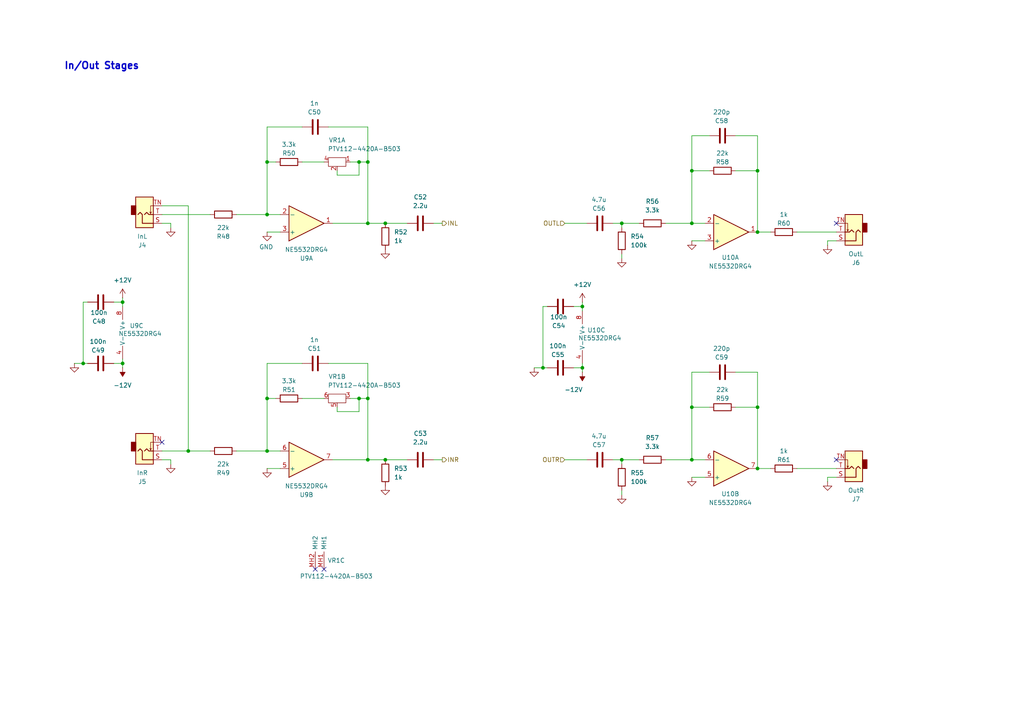
<source format=kicad_sch>
(kicad_sch (version 20231120) (generator "eeschema") (generator_version "8.0")
  (paper "A4")
  (lib_symbols
    (symbol "Amplifier_Operational:NE5532" (pin_names (offset 0.127))
      (property "Reference" "U" (at 0 5.08 0))
      (property "Value" "NE5532" (at 0 -5.08 0))
      (symbol "NE5532_1_1"
        (polyline (pts (xy -5.08 5.08) (xy 5.08 0) (xy -5.08 -5.08) (xy -5.08 5.08)) (stroke (width 0.254)) (fill (type background)))
        (pin output line (at 7.62 0 180) (length 2.54) (name "~") (number "1"))
        (pin input line (at -7.62 -2.54 0) (length 2.54) (name "-") (number "2"))
        (pin input line (at -7.62 2.54 0) (length 2.54) (name "+") (number "3"))
      )
      (symbol "NE5532_2_1"
        (polyline (pts (xy -5.08 5.08) (xy 5.08 0) (xy -5.08 -5.08) (xy -5.08 5.08)) (stroke (width 0.254)) (fill (type background)))
        (pin input line (at -7.62 2.54 0) (length 2.54) (name "+") (number "5"))
        (pin input line (at -7.62 -2.54 0) (length 2.54) (name "-") (number "6"))
        (pin output line (at 7.62 0 180) (length 2.54) (name "~") (number "7"))
      )
      (symbol "NE5532_3_1"
        (pin power_in line (at -2.54 -7.62 90) (length 3.81) (name "V-") (number "4"))
        (pin power_in line (at -2.54 7.62 270) (length 3.81) (name "V+") (number "8"))
      )
    )
    (symbol "Connector_Audio:AudioJack2_SwitchT"
      (property "Reference" "J" (at 0 8.89 0))
      (property "Value" "AudioJack2_SwitchT" (at 0 6.35 0))
      (symbol "AudioJack2_SwitchT_0_1"
        (rectangle (start -2.54 0) (end -3.81 -2.54) (stroke (width 0.254)) (fill (type outline)))
        (polyline (pts (xy 1.778 -0.254) (xy 2.032 -0.762)))
        (polyline (pts (xy 0 0) (xy 0.635 -0.635) (xy 1.27 0) (xy 2.54 0)) (stroke (width 0.254)))
        (polyline (pts (xy 2.54 -2.54) (xy 1.778 -2.54) (xy 1.778 -0.254) (xy 1.524 -0.762)))
        (polyline (pts (xy 2.54 2.54) (xy -0.635 2.54) (xy -0.635 0) (xy -1.27 -0.635) (xy -1.905 0)) (stroke (width 0.254)))
        (rectangle (start 2.54 3.81) (end -2.54 -5.08) (stroke (width 0.254)) (fill (type background)))
      )
      (symbol "AudioJack2_SwitchT_1_1"
        (pin passive line (at 5.08 2.54 180) (length 2.54) (name "~") (number "S"))
        (pin passive line (at 5.08 0 180) (length 2.54) (name "~") (number "T"))
        (pin passive line (at 5.08 -2.54 180) (length 2.54) (name "~") (number "TN"))
      )
    )
    (symbol "Device:C" (pin_numbers hide) (pin_names (offset 0.254))
      (property "Reference" "C" (at 0.635 2.54 0))
      (property "Value" "C" (at 0.635 -2.54 0))
      (symbol "C_0_1"
        (polyline (pts (xy -2.032 -0.762) (xy 2.032 -0.762)) (stroke (width 0.508)))
        (polyline (pts (xy -2.032 0.762) (xy 2.032 0.762)) (stroke (width 0.508)))
      )
      (symbol "C_1_1"
        (pin passive line (at 0 3.81 270) (length 2.794) (name "~") (number "1"))
        (pin passive line (at 0 -3.81 90) (length 2.794) (name "~") (number "2"))
      )
    )
    (symbol "Device:R" (pin_numbers hide) (pin_names (offset 0))
      (property "Reference" "R" (at 2.032 0 90))
      (property "Value" "R" (at 0 0 90))
      (symbol "R_0_1"
        (rectangle (start -1.016 -2.54) (end 1.016 2.54) (stroke (width 0.254)))
      )
      (symbol "R_1_1"
        (pin passive line (at 0 3.81 270) (length 1.27) (name "~") (number "1"))
        (pin passive line (at 0 -3.81 90) (length 1.27) (name "~") (number "2"))
      )
    )
    (symbol "Eurorack_components:PTV112-4420A-B503"
      (property "Reference" "VR" (at 1.27 7.112 0))
      (property "Value" "PTV112-4420A-B503" (at 1.27 4.572 0))
      (symbol "PTV112-4420A-B503_1_1"
        (rectangle (start -1.27 2.54) (end 1.27 -2.54))
        (pin passive line (at 0 3.81 270) (length 1.27) (name "") (number "1"))
        (pin passive line (at 2.54 0 180) (length 1.27) (name "") (number "2"))
        (pin passive line (at 0 -3.81 90) (length 1.27) (name "") (number "4"))
      )
      (symbol "PTV112-4420A-B503_2_1"
        (rectangle (start -1.27 2.54) (end 1.27 -2.54))
        (pin passive line (at 0 3.81 270) (length 1.27) (name "") (number "3"))
        (pin passive line (at 2.54 0 180) (length 1.27) (name "") (number "5"))
        (pin passive line (at 0 -3.81 90) (length 1.27) (name "") (number "6"))
      )
      (symbol "PTV112-4420A-B503_3_1"
        (pin passive line (at 5.08 0 180) (length 5.08) (name "MH1") (number "MH1"))
        (pin passive line (at 5.08 -2.54 180) (length 5.08) (name "MH2") (number "MH2"))
      )
    )
    (symbol "power:+5V" (power) (pin_numbers hide) (pin_names (offset 0) hide)
      (property "Value" "+5V" (at 0 3.556 0))
      (symbol "+5V_0_1"
        (polyline (pts (xy -0.762 1.27) (xy 0 2.54)))
        (polyline (pts (xy 0 0) (xy 0 2.54)))
        (polyline (pts (xy 0 2.54) (xy 0.762 1.27)))
      )
      (symbol "+5V_1_1"
        (pin power_in line (at 0 0 90) (length 0) (name "~") (number "1"))
      )
    )
    (symbol "power:-12V" (power) (pin_numbers hide) (pin_names (offset 0) hide)
      (property "Value" "-12V" (at 0 3.556 0))
      (symbol "-12V_0_0"
        (pin power_in line (at 0 0 90) (length 0) (name "~") (number "1"))
      )
      (symbol "-12V_0_1"
        (polyline (pts (xy 0 0) (xy 0 1.27) (xy 0.762 1.27) (xy 0 2.54) (xy -0.762 1.27) (xy 0 1.27)) (fill (type outline)))
      )
    )
    (symbol "power:GND" (power) (pin_numbers hide) (pin_names (offset 0) hide)
      (property "Value" "GND" (at 0 -3.81 0))
      (symbol "GND_0_1"
        (polyline (pts (xy 0 0) (xy 0 -1.27) (xy 1.27 -1.27) (xy 0 -2.54) (xy -1.27 -1.27) (xy 0 -1.27)))
      )
      (symbol "GND_1_1"
        (pin power_in line (at 0 0 270) (length 0) (name "~") (number "1"))
      )
    )
  )
  (junction (at 168.91 106.68))
  (junction (at 200.66 64.77))
  (junction (at 106.68 64.77))
  (junction (at 219.71 135.89))
  (junction (at 219.71 67.31))
  (junction (at 200.66 133.35))
  (junction (at 24.13 105.41))
  (junction (at 200.66 118.11))
  (junction (at 106.68 46.99))
  (junction (at 77.47 62.23))
  (junction (at 35.56 87.63))
  (junction (at 200.66 49.53))
  (junction (at 35.56 105.41))
  (junction (at 180.34 64.77))
  (junction (at 77.47 115.57))
  (junction (at 106.68 115.57))
  (junction (at 54.61 130.81))
  (junction (at 111.76 64.77))
  (junction (at 180.34 133.35))
  (junction (at 157.48 106.68))
  (junction (at 168.91 88.9))
  (junction (at 77.47 46.99))
  (junction (at 111.76 133.35))
  (junction (at 219.71 49.53))
  (junction (at 77.47 130.81))
  (junction (at 219.71 118.11))
  (junction (at 104.14 46.99))
  (junction (at 106.68 133.35))
  (junction (at 104.14 115.57))
  (no_connect (at 93.98 165.1))
  (no_connect (at 242.57 133.35))
  (no_connect (at 91.44 165.1))
  (no_connect (at 46.99 128.27))
  (no_connect (at 242.57 64.77))
  (wire (pts (xy 87.63 36.83) (xy 77.47 36.83)))
  (wire (pts (xy 213.36 49.53) (xy 219.71 49.53)))
  (wire (pts (xy 104.14 46.99) (xy 106.68 46.99)))
  (wire (pts (xy 193.04 133.35) (xy 200.66 133.35)))
  (wire (pts (xy 231.14 67.31) (xy 242.57 67.31)))
  (wire (pts (xy 33.02 105.41) (xy 35.56 105.41)))
  (wire (pts (xy 97.79 49.53) (xy 97.79 50.8)))
  (wire (pts (xy 96.52 64.77) (xy 106.68 64.77)))
  (wire (pts (xy 21.59 105.41) (xy 24.13 105.41)))
  (wire (pts (xy 200.66 133.35) (xy 200.66 118.11)))
  (wire (pts (xy 200.66 107.95) (xy 200.66 118.11)))
  (wire (pts (xy 106.68 133.35) (xy 111.76 133.35)))
  (wire (pts (xy 242.57 69.85) (xy 240.03 69.85)))
  (wire (pts (xy 219.71 107.95) (xy 219.71 118.11)))
  (wire (pts (xy 219.71 118.11) (xy 219.71 135.89)))
  (wire (pts (xy 33.02 87.63) (xy 35.56 87.63)))
  (wire (pts (xy 157.48 88.9) (xy 158.75 88.9)))
  (wire (pts (xy 163.83 133.35) (xy 170.18 133.35)))
  (wire (pts (xy 200.66 138.43) (xy 204.47 138.43)))
  (wire (pts (xy 35.56 87.63) (xy 35.56 88.9)))
  (wire (pts (xy 154.94 106.68) (xy 157.48 106.68)))
  (wire (pts (xy 35.56 105.41) (xy 35.56 104.14)))
  (wire (pts (xy 125.73 64.77) (xy 128.27 64.77)))
  (wire (pts (xy 240.03 138.43) (xy 240.03 139.7)))
  (wire (pts (xy 219.71 49.53) (xy 219.71 67.31)))
  (wire (pts (xy 77.47 36.83) (xy 77.47 46.99)))
  (wire (pts (xy 213.36 107.95) (xy 219.71 107.95)))
  (wire (pts (xy 163.83 64.77) (xy 170.18 64.77)))
  (wire (pts (xy 106.68 115.57) (xy 106.68 133.35)))
  (wire (pts (xy 193.04 64.77) (xy 200.66 64.77)))
  (wire (pts (xy 200.66 69.85) (xy 204.47 69.85)))
  (wire (pts (xy 77.47 135.89) (xy 81.28 135.89)))
  (wire (pts (xy 111.76 64.77) (xy 118.11 64.77)))
  (wire (pts (xy 157.48 88.9) (xy 157.48 106.68)))
  (wire (pts (xy 200.66 133.35) (xy 204.47 133.35)))
  (wire (pts (xy 54.61 59.69) (xy 54.61 130.81)))
  (wire (pts (xy 240.03 69.85) (xy 240.03 71.12)))
  (wire (pts (xy 68.58 62.23) (xy 77.47 62.23)))
  (wire (pts (xy 54.61 130.81) (xy 60.96 130.81)))
  (wire (pts (xy 242.57 138.43) (xy 240.03 138.43)))
  (wire (pts (xy 77.47 115.57) (xy 80.01 115.57)))
  (wire (pts (xy 168.91 106.68) (xy 168.91 105.41)))
  (wire (pts (xy 200.66 118.11) (xy 205.74 118.11)))
  (wire (pts (xy 24.13 87.63) (xy 25.4 87.63)))
  (wire (pts (xy 125.73 133.35) (xy 128.27 133.35)))
  (wire (pts (xy 77.47 130.81) (xy 77.47 115.57)))
  (wire (pts (xy 106.68 115.57) (xy 106.68 105.41)))
  (wire (pts (xy 46.99 59.69) (xy 54.61 59.69)))
  (wire (pts (xy 35.56 106.68) (xy 35.56 105.41)))
  (wire (pts (xy 95.25 36.83) (xy 106.68 36.83)))
  (wire (pts (xy 46.99 130.81) (xy 54.61 130.81)))
  (wire (pts (xy 77.47 105.41) (xy 77.47 115.57)))
  (wire (pts (xy 101.6 115.57) (xy 104.14 115.57)))
  (wire (pts (xy 106.68 46.99) (xy 106.68 36.83)))
  (wire (pts (xy 219.71 135.89) (xy 223.52 135.89)))
  (wire (pts (xy 87.63 46.99) (xy 93.98 46.99)))
  (wire (pts (xy 97.79 50.8) (xy 104.14 50.8)))
  (wire (pts (xy 46.99 64.77) (xy 49.53 64.77)))
  (wire (pts (xy 77.47 62.23) (xy 81.28 62.23)))
  (wire (pts (xy 180.34 73.66) (xy 180.34 74.93)))
  (wire (pts (xy 97.79 119.38) (xy 104.14 119.38)))
  (wire (pts (xy 166.37 106.68) (xy 168.91 106.68)))
  (wire (pts (xy 77.47 67.31) (xy 81.28 67.31)))
  (wire (pts (xy 200.66 49.53) (xy 205.74 49.53)))
  (wire (pts (xy 200.66 39.37) (xy 200.66 49.53)))
  (wire (pts (xy 97.79 118.11) (xy 97.79 119.38)))
  (wire (pts (xy 96.52 133.35) (xy 106.68 133.35)))
  (wire (pts (xy 68.58 130.81) (xy 77.47 130.81)))
  (wire (pts (xy 35.56 86.36) (xy 35.56 87.63)))
  (wire (pts (xy 106.68 46.99) (xy 106.68 64.77)))
  (wire (pts (xy 104.14 50.8) (xy 104.14 46.99)))
  (wire (pts (xy 111.76 133.35) (xy 118.11 133.35)))
  (wire (pts (xy 46.99 62.23) (xy 60.96 62.23)))
  (wire (pts (xy 168.91 87.63) (xy 168.91 88.9)))
  (wire (pts (xy 157.48 106.68) (xy 158.75 106.68)))
  (wire (pts (xy 213.36 118.11) (xy 219.71 118.11)))
  (wire (pts (xy 168.91 107.95) (xy 168.91 106.68)))
  (wire (pts (xy 205.74 39.37) (xy 200.66 39.37)))
  (wire (pts (xy 177.8 133.35) (xy 180.34 133.35)))
  (wire (pts (xy 104.14 119.38) (xy 104.14 115.57)))
  (wire (pts (xy 77.47 62.23) (xy 77.47 46.99)))
  (wire (pts (xy 180.34 66.04) (xy 180.34 64.77)))
  (wire (pts (xy 46.99 133.35) (xy 49.53 133.35)))
  (wire (pts (xy 77.47 46.99) (xy 80.01 46.99)))
  (wire (pts (xy 200.66 64.77) (xy 204.47 64.77)))
  (wire (pts (xy 166.37 88.9) (xy 168.91 88.9)))
  (wire (pts (xy 87.63 115.57) (xy 93.98 115.57)))
  (wire (pts (xy 49.53 134.62) (xy 49.53 133.35)))
  (wire (pts (xy 87.63 105.41) (xy 77.47 105.41)))
  (wire (pts (xy 180.34 142.24) (xy 180.34 143.51)))
  (wire (pts (xy 24.13 87.63) (xy 24.13 105.41)))
  (wire (pts (xy 200.66 64.77) (xy 200.66 49.53)))
  (wire (pts (xy 219.71 67.31) (xy 223.52 67.31)))
  (wire (pts (xy 231.14 135.89) (xy 242.57 135.89)))
  (wire (pts (xy 168.91 88.9) (xy 168.91 90.17)))
  (wire (pts (xy 106.68 64.77) (xy 111.76 64.77)))
  (wire (pts (xy 219.71 39.37) (xy 219.71 49.53)))
  (wire (pts (xy 180.34 133.35) (xy 185.42 133.35)))
  (wire (pts (xy 205.74 107.95) (xy 200.66 107.95)))
  (wire (pts (xy 24.13 105.41) (xy 25.4 105.41)))
  (wire (pts (xy 213.36 39.37) (xy 219.71 39.37)))
  (wire (pts (xy 77.47 130.81) (xy 81.28 130.81)))
  (wire (pts (xy 101.6 46.99) (xy 104.14 46.99)))
  (wire (pts (xy 49.53 66.04) (xy 49.53 64.77)))
  (wire (pts (xy 180.34 133.35) (xy 180.34 134.62)))
  (wire (pts (xy 180.34 64.77) (xy 185.42 64.77)))
  (wire (pts (xy 95.25 105.41) (xy 106.68 105.41)))
  (wire (pts (xy 177.8 64.77) (xy 180.34 64.77)))
  (wire (pts (xy 104.14 115.57) (xy 106.68 115.57)))
  (text "In/Out Stages" (at 18.542 18.034 0) (effects (font (size 2 2) (thickness 0.4) (bold yes)) (justify left top)))
  (hierarchical_label "OUTR" (shape input) (at 163.83 133.35 180))
  (hierarchical_label "INL" (shape output) (at 128.27 64.77 0))
  (hierarchical_label "INR" (shape output) (at 128.27 133.35 0))
  (hierarchical_label "OUTL" (shape input) (at 163.83 64.77 180))
  (symbol (lib_id "Device:C") (at 91.44 36.83 270) (mirror x) (unit 1)
    (property "Reference" "C50" (at 91.186 32.512 90))
    (property "Value" "1n" (at 91.186 29.972 90))
    (property "Footprint" "Capacitor_SMD:C_0603_1608Metric" (effects (hide yes)))
    (property "Description" "Unpolarized capacitor" (effects (hide yes)))
    (property "Manufacturer_Name" "Walsin" (effects (hide yes)))
    (property "Manufacturer_Part_Number" "0603N102J100CT " (effects (hide yes)))
    (property "Mouser Part Number" " 791-0603N102J100CT " (effects (hide yes)))
  )
  (symbol (lib_id "Device:C") (at 29.21 87.63 270) (mirror x) (unit 1)
    (property "Reference" "C48" (at 28.702 93.218 90))
    (property "Value" "100n" (at 28.702 90.678 90))
    (property "Footprint" "Capacitor_SMD:C_0603_1608Metric" (effects (hide yes)))
    (property "Description" "Unpolarized capacitor" (effects (hide yes)))
    (property "Manufacturer_Name" "Vishay " (effects (hide yes)))
    (property "Manufacturer_Part_Number" " VJ0603Y104KFAAO" (effects (hide yes)))
    (property "Mouser Part Number" " 77-VJ0603Y104KFAAO " (effects (hide yes)))
  )
  (symbol (lib_id "Device:R") (at 83.82 46.99 90) (mirror x) (unit 1)
    (property "Reference" "R50" (at 83.82 44.45 90))
    (property "Value" "3.3k" (at 83.82 41.91 90))
    (property "Footprint" "Resistor_SMD:R_0603_1608Metric_Pad0.98x0.95mm_HandSolder" (effects (hide yes)))
    (property "Description" "Resistor" (effects (hide yes)))
    (property "Manufacturer_Name" "YAGEO" (effects (hide yes)))
    (property "Manufacturer_Part_Number" "RC0603FR-073K3P" (effects (hide yes)))
    (property "Mouser Part Number" "603-RC0603FR-073K3P" (effects (hide yes)))
  )
  (symbol (lib_id "Device:C") (at 121.92 133.35 90) (mirror x) (unit 1)
    (property "Reference" "C53" (at 121.92 125.73 90))
    (property "Value" "2.2u" (at 121.92 128.27 90))
    (property "Footprint" "Capacitor_SMD:CP_Elec_4x5.4" (effects (hide yes)))
    (property "Description" "Unpolarized capacitor" (effects (hide yes)))
    (property "Manufacturer_Name" "Panasonic" (effects (hide yes)))
    (property "Manufacturer_Part_Number" "EEE-1VA2R2NR" (effects (hide yes)))
    (property "Mouser Part Number" " 667-EEE-1VA2R2NR " (effects (hide yes)))
  )
  (symbol (lib_id "Device:R") (at 209.55 118.11 90) (mirror x) (unit 1)
    (property "Reference" "R59" (at 209.55 115.57 90))
    (property "Value" "22k" (at 209.55 113.03 90))
    (property "Footprint" "Resistor_SMD:R_0603_1608Metric_Pad0.98x0.95mm_HandSolder" (effects (hide yes)))
    (property "Description" "Resistor" (effects (hide yes)))
    (property "Manufacturer_Name" " YAGEO " (effects (hide yes)))
    (property "Manufacturer_Part_Number" "RT0603FRE1322KL" (effects (hide yes)))
    (property "Mouser Part Number" "603-RT0603FRE1322KL" (effects (hide yes)))
  )
  (symbol (lib_id "Device:R") (at 83.82 115.57 90) (mirror x) (unit 1)
    (property "Reference" "R51" (at 83.82 113.03 90))
    (property "Value" "3.3k" (at 83.82 110.49 90))
    (property "Footprint" "Resistor_SMD:R_0603_1608Metric_Pad0.98x0.95mm_HandSolder" (effects (hide yes)))
    (property "Description" "Resistor" (effects (hide yes)))
    (property "Manufacturer_Name" "YAGEO" (effects (hide yes)))
    (property "Manufacturer_Part_Number" "RC0603FR-073K3P" (effects (hide yes)))
    (property "Mouser Part Number" "603-RC0603FR-073K3P" (effects (hide yes)))
  )
  (symbol (lib_id "Device:C") (at 29.21 105.41 270) (mirror x) (unit 1)
    (property "Reference" "C49" (at 28.448 101.6 90))
    (property "Value" "100n" (at 28.448 99.06 90))
    (property "Footprint" "Capacitor_SMD:C_0603_1608Metric" (effects (hide yes)))
    (property "Description" "Unpolarized capacitor" (effects (hide yes)))
    (property "Manufacturer_Name" "Vishay " (effects (hide yes)))
    (property "Manufacturer_Part_Number" " VJ0603Y104KFAAO" (effects (hide yes)))
    (property "Mouser Part Number" " 77-VJ0603Y104KFAAO " (effects (hide yes)))
  )
  (symbol (lib_id "Device:R") (at 180.34 69.85 180) (unit 1)
    (property "Reference" "R54" (at 182.88 68.5799 0) (effects (justify right)))
    (property "Value" "100k" (at 182.88 71.1199 0) (effects (justify right)))
    (property "Footprint" "Resistor_SMD:R_0603_1608Metric_Pad0.98x0.95mm_HandSolder" (effects (hide yes)))
    (property "Description" "Resistor" (effects (hide yes)))
    (property "Manufacturer_Name" "YAGEO" (effects (hide yes)))
    (property "Manufacturer_Part_Number" "RT0603FRE07100KL" (effects (hide yes)))
    (property "Mouser Part Number" "603-RT0603FRE07100KL" (effects (hide yes)))
  )
  (symbol (lib_id "Device:R") (at 111.76 68.58 0) (unit 1)
    (property "Reference" "R52" (at 114.3 67.3099 0) (effects (justify left)))
    (property "Value" "1k" (at 114.3 69.8499 0) (effects (justify left)))
    (property "Footprint" "Resistor_SMD:R_0603_1608Metric_Pad0.98x0.95mm_HandSolder" (effects (hide yes)))
    (property "Description" "Resistor" (effects (hide yes)))
    (property "Manufacturer_Name" "YAGEO" (effects (hide yes)))
    (property "Manufacturer_Part_Number" "RT0603FRE071KL" (effects (hide yes)))
    (property "Mouser Part Number" "603-RT0603FRE071KL" (effects (hide yes)))
  )
  (symbol (lib_id "Device:C") (at 91.44 105.41 270) (mirror x) (unit 1)
    (property "Reference" "C51" (at 91.186 101.092 90))
    (property "Value" "1n" (at 91.186 98.552 90))
    (property "Footprint" "Capacitor_SMD:C_0603_1608Metric" (effects (hide yes)))
    (property "Description" "Unpolarized capacitor" (effects (hide yes)))
    (property "Manufacturer_Name" "Walsin" (effects (hide yes)))
    (property "Manufacturer_Part_Number" "0603N102J100CT " (effects (hide yes)))
    (property "Mouser Part Number" " 791-0603N102J100CT " (effects (hide yes)))
  )
  (symbol (lib_id "Eurorack_components:PTV112-4420A-B503") (at 97.79 115.57 270) (unit 2)
    (property "Reference" "VR1" (at 97.79 109.22 90))
    (property "Value" "PTV112-4420A-B503" (at 105.664 111.76 90))
    (property "Footprint" "Eurorack:PTV1124420AB503" (effects (hide yes)))
    (property "Datasheet" "https://www.bourns.com/docs/Product-Datasheets/PTVPTT.pdf" (effects (hide yes)))
    (property "Description" "Bourns Carbon Film Potentiometer PTV Series with a 6 mm Dia. Shaft 50k +/-20% 0.05W, Linear, Through Hole" (effects (hide yes)))
    (property "Height" "20.5" (effects (hide yes)))
    (property "Mouser Part Number" "652-PTV112-4420AB503" (effects (hide yes)))
    (property "Mouser Price/Stock" "https://www.mouser.co.uk/ProductDetail/Bourns/PTV112-4420A-B503?qs=okKRLHKnSlbs2Y8u2iraIg%3D%3D" (effects (hide yes)))
    (property "Manufacturer_Name" "Bourns" (effects (hide yes)))
    (property "Manufacturer_Part_Number" "PTV112-4420A-B503" (effects (hide yes)))
  )
  (symbol (lib_id "power:GND") (at 49.53 134.62 0) (unit 1)
    (property "Reference" "#PWR072" (effects (hide yes)))
    (property "Value" "GND" (effects (hide yes)))
    (property "Description" "Power symbol creates a global label with name \"GND\" , ground" (effects (hide yes)))
  )
  (symbol (lib_id "power:GND") (at 154.94 106.68 0) (unit 1) (in_bom no) (on_board no)
    (property "Reference" "#PWR077" (effects (hide yes)))
    (property "Value" "GND" (effects (hide yes)))
    (property "Description" "Power symbol creates a global label with name \"GND\" , ground" (effects (hide yes)))
  )
  (symbol (lib_id "Connector_Audio:AudioJack2_SwitchT") (at 247.65 67.31 180) (unit 1)
    (property "Reference" "J6" (at 248.285 76.2 0))
    (property "Value" "OutL" (at 248.285 73.66 0))
    (property "Footprint" "Eurorack:THONK_PJ398SM-12" (effects (hide yes)))
    (property "Description" "Audio Jack, 2 Poles (Mono / TS), Switched T Pole (Normalling)" (effects (hide yes)))
  )
  (symbol (lib_id "Device:C") (at 162.56 106.68 270) (mirror x) (unit 1)
    (property "Reference" "C55" (at 161.798 102.87 90))
    (property "Value" "100n" (at 161.798 100.33 90))
    (property "Footprint" "Capacitor_SMD:C_0603_1608Metric" (effects (hide yes)))
    (property "Description" "Unpolarized capacitor" (effects (hide yes)))
    (property "Manufacturer_Name" "Vishay " (effects (hide yes)))
    (property "Manufacturer_Part_Number" " VJ0603Y104KFAAO" (effects (hide yes)))
    (property "Mouser Part Number" " 77-VJ0603Y104KFAAO " (effects (hide yes)))
  )
  (symbol (lib_id "power:GND") (at 111.76 140.97 0) (unit 1)
    (property "Reference" "#PWR076" (effects (hide yes)))
    (property "Value" "GND" (effects (hide yes)))
    (property "Description" "Power symbol creates a global label with name \"GND\" , ground" (effects (hide yes)))
  )
  (symbol (lib_id "Amplifier_Operational:NE5532") (at 88.9 133.35 0) (mirror x) (unit 2) (exclude_from_sim yes)
    (property "Reference" "U9" (at 88.9 143.51 0))
    (property "Value" "NE5532DRG4" (at 88.9 140.97 0))
    (property "Footprint" "Eurorack:NE5532DRG4" (effects (hide yes)))
    (property "Datasheet" "http://www.ti.com/lit/ds/symlink/ne5532.pdf" (effects (hide yes)))
    (property "Description" "Dual Low-Noise Operational Amplifiers, DIP-8/SOIC-8" (effects (hide yes)))
    (property "Sim.Pins" "1=in+ 2=in- 3=vcc 4=vee 5=out" (effects (hide yes)))
    (property "Sim.Device" "SUBCKT " (effects (hide yes)))
    (property "Sim.Library" "${KICAD7_SYMBOL_DIR}/Simulation_SPICE.sp" (effects (hide yes)))
    (property "Sim.name" "kicad_builtin_opamp" (effects (hide yes)))
    (property "Manufacturer_Name" "Texas Instruments" (effects (hide yes)))
    (property "Manufacturer_Part_Number" "NE5532DRG4" (effects (hide yes)))
    (property "Mouser Part Number" "595-NE5532DRG4" (effects (hide yes)))
  )
  (symbol (lib_id "Connector_Audio:AudioJack2_SwitchT") (at 41.91 62.23 0) (mirror x) (unit 1)
    (property "Reference" "J4" (at 41.275 71.12 0))
    (property "Value" "InL" (at 41.275 68.58 0))
    (property "Footprint" "Eurorack:THONK_PJ398SM-12" (effects (hide yes)))
    (property "Description" "Audio Jack, 2 Poles (Mono / TS), Switched T Pole (Normalling)" (effects (hide yes)))
  )
  (symbol (lib_id "Device:R") (at 209.55 49.53 90) (mirror x) (unit 1)
    (property "Reference" "R58" (at 209.55 46.99 90))
    (property "Value" "22k" (at 209.55 44.45 90))
    (property "Footprint" "Resistor_SMD:R_0603_1608Metric_Pad0.98x0.95mm_HandSolder" (effects (hide yes)))
    (property "Description" "Resistor" (effects (hide yes)))
    (property "Manufacturer_Name" " YAGEO " (effects (hide yes)))
    (property "Manufacturer_Part_Number" "RT0603FRE1322KL" (effects (hide yes)))
    (property "Mouser Part Number" "603-RT0603FRE1322KL" (effects (hide yes)))
  )
  (symbol (lib_id "Amplifier_Operational:NE5532") (at 88.9 64.77 0) (mirror x) (unit 1) (exclude_from_sim yes)
    (property "Reference" "U9" (at 88.9 74.93 0))
    (property "Value" "NE5532DRG4" (at 88.9 72.39 0))
    (property "Footprint" "Eurorack:NE5532DRG4" (effects (hide yes)))
    (property "Datasheet" "http://www.ti.com/lit/ds/symlink/ne5532.pdf" (effects (hide yes)))
    (property "Description" "Dual Low-Noise Operational Amplifiers, DIP-8/SOIC-8" (effects (hide yes)))
    (property "Sim.Pins" "1=in+ 2=in- 3=vcc 4=vee 5=out" (effects (hide yes)))
    (property "Sim.Device" "SUBCKT " (effects (hide yes)))
    (property "Sim.Library" "${KICAD7_SYMBOL_DIR}/Simulation_SPICE.sp" (effects (hide yes)))
    (property "Sim.name" "kicad_builtin_opamp" (effects (hide yes)))
    (property "Manufacturer_Name" "Texas Instruments" (effects (hide yes)))
    (property "Manufacturer_Part_Number" "NE5532DRG4" (effects (hide yes)))
    (property "Mouser Part Number" "595-NE5532DRG4" (effects (hide yes)))
  )
  (symbol (lib_id "power:GND") (at 77.47 67.31 0) (mirror y) (unit 1)
    (property "Reference" "#PWR073" (effects (hide yes)))
    (property "Value" "GND" (at 77.216 71.628 0))
    (property "Description" "Power symbol creates a global label with name \"GND\" , ground" (effects (hide yes)))
  )
  (symbol (lib_id "Device:C") (at 121.92 64.77 90) (mirror x) (unit 1)
    (property "Reference" "C52" (at 121.92 57.15 90))
    (property "Value" "2.2u" (at 121.92 59.69 90))
    (property "Footprint" "Capacitor_SMD:CP_Elec_4x5.4" (effects (hide yes)))
    (property "Description" "Unpolarized capacitor" (effects (hide yes)))
    (property "Manufacturer_Name" "Panasonic" (effects (hide yes)))
    (property "Manufacturer_Part_Number" "EEE-1VA2R2NR" (effects (hide yes)))
    (property "Mouser Part Number" " 667-EEE-1VA2R2NR " (effects (hide yes)))
  )
  (symbol (lib_id "Device:C") (at 162.56 88.9 270) (mirror x) (unit 1)
    (property "Reference" "C54" (at 162.052 94.488 90))
    (property "Value" "100n" (at 162.052 91.948 90))
    (property "Footprint" "Capacitor_SMD:C_0603_1608Metric" (effects (hide yes)))
    (property "Description" "Unpolarized capacitor" (effects (hide yes)))
    (property "Manufacturer_Name" "Vishay " (effects (hide yes)))
    (property "Manufacturer_Part_Number" " VJ0603Y104KFAAO" (effects (hide yes)))
    (property "Mouser Part Number" " 77-VJ0603Y104KFAAO " (effects (hide yes)))
  )
  (symbol (lib_id "power:-12V") (at 168.91 107.95 180) (unit 1)
    (property "Reference" "#PWR079" (effects (hide yes)))
    (property "Value" "-12V" (at 166.37 113.03 0))
    (property "Description" "Power symbol creates a global label with name \"-12V\"" (effects (hide yes)))
  )
  (symbol (lib_id "Device:C") (at 209.55 107.95 270) (mirror x) (unit 1)
    (property "Reference" "C59" (at 209.296 103.632 90))
    (property "Value" "220p" (at 209.296 101.092 90))
    (property "Footprint" "Capacitor_SMD:C_0603_1608Metric" (effects (hide yes)))
    (property "Description" "Unpolarized capacitor" (effects (hide yes)))
    (property "Manufacturer_Name" " YAGEO " (effects (hide yes)))
    (property "Manufacturer_Part_Number" "CC0603JRNPO7BN221 " (effects (hide yes)))
    (property "Mouser Part Number" "603-CC0603JR7BN221" (effects (hide yes)))
  )
  (symbol (lib_id "power:+5V") (at 35.56 86.36 0) (unit 1)
    (property "Reference" "#PWR069" (effects (hide yes)))
    (property "Value" "+12V" (at 35.56 81.28 0))
    (property "Description" "Power symbol creates a global label with name \"+5V\"" (effects (hide yes)))
  )
  (symbol (lib_id "Eurorack_components:PTV112-4420A-B503") (at 97.79 46.99 270) (unit 1)
    (property "Reference" "VR1" (at 97.79 40.64 90))
    (property "Value" "PTV112-4420A-B503" (at 105.664 43.18 90))
    (property "Footprint" "Eurorack:PTV1124420AB503" (effects (hide yes)))
    (property "Datasheet" "https://www.bourns.com/docs/Product-Datasheets/PTVPTT.pdf" (effects (hide yes)))
    (property "Description" "Bourns Carbon Film Potentiometer PTV Series with a 6 mm Dia. Shaft 50k +/-20% 0.05W, Linear, Through Hole" (effects (hide yes)))
    (property "Height" "20.5" (effects (hide yes)))
    (property "Mouser Part Number" "652-PTV112-4420AB503" (effects (hide yes)))
    (property "Mouser Price/Stock" "https://www.mouser.co.uk/ProductDetail/Bourns/PTV112-4420A-B503?qs=okKRLHKnSlbs2Y8u2iraIg%3D%3D" (effects (hide yes)))
    (property "Manufacturer_Name" "Bourns" (effects (hide yes)))
    (property "Manufacturer_Part_Number" "PTV112-4420A-B503" (effects (hide yes)))
  )
  (symbol (lib_id "Eurorack_components:PTV112-4420A-B503") (at 93.98 160.02 270) (unit 3)
    (property "Reference" "VR1" (at 97.536 162.56 90))
    (property "Value" "PTV112-4420A-B503" (at 97.536 167.132 90))
    (property "Footprint" "Eurorack:PTV1124420AB503" (effects (hide yes)))
    (property "Datasheet" "https://www.bourns.com/docs/Product-Datasheets/PTVPTT.pdf" (effects (hide yes)))
    (property "Description" "Bourns Carbon Film Potentiometer PTV Series with a 6 mm Dia. Shaft 50k +/-20% 0.05W, Linear, Through Hole" (effects (hide yes)))
    (property "Height" "20.5" (effects (hide yes)))
    (property "Mouser Part Number" "652-PTV112-4420AB503" (effects (hide yes)))
    (property "Mouser Price/Stock" "https://www.mouser.co.uk/ProductDetail/Bourns/PTV112-4420A-B503?qs=okKRLHKnSlbs2Y8u2iraIg%3D%3D" (effects (hide yes)))
    (property "Manufacturer_Name" "Bourns" (effects (hide yes)))
    (property "Manufacturer_Part_Number" "PTV112-4420A-B503" (effects (hide yes)))
  )
  (symbol (lib_id "power:GND") (at 180.34 74.93 0) (unit 1) (in_bom no) (on_board no)
    (property "Reference" "#PWR080" (effects (hide yes)))
    (property "Value" "GND" (effects (hide yes)))
    (property "Description" "Power symbol creates a global label with name \"GND\" , ground" (effects (hide yes)))
  )
  (symbol (lib_id "Device:R") (at 111.76 137.16 0) (unit 1)
    (property "Reference" "R53" (at 114.3 135.8899 0) (effects (justify left)))
    (property "Value" "1k" (at 114.3 138.4299 0) (effects (justify left)))
    (property "Footprint" "Resistor_SMD:R_0603_1608Metric_Pad0.98x0.95mm_HandSolder" (effects (hide yes)))
    (property "Description" "Resistor" (effects (hide yes)))
    (property "Manufacturer_Name" "YAGEO" (effects (hide yes)))
    (property "Manufacturer_Part_Number" "RT0603FRE071KL" (effects (hide yes)))
    (property "Mouser Part Number" "603-RT0603FRE071KL" (effects (hide yes)))
  )
  (symbol (lib_id "power:GND") (at 200.66 138.43 0) (mirror y) (unit 1) (in_bom no) (on_board no)
    (property "Reference" "#PWR083" (effects (hide yes)))
    (property "Value" "GND" (effects (hide yes)))
    (property "Description" "Power symbol creates a global label with name \"GND\" , ground" (effects (hide yes)))
  )
  (symbol (lib_id "Device:C") (at 173.99 64.77 270) (mirror x) (unit 1)
    (property "Reference" "C56" (at 173.736 60.452 90))
    (property "Value" "4.7u" (at 173.736 57.912 90))
    (property "Footprint" "Capacitor_SMD:CP_Elec_4x5.4" (effects (hide yes)))
    (property "Description" "Unpolarized capacitor" (effects (hide yes)))
    (property "Manufacturer_Name" "Nichicon" (effects (hide yes)))
    (property "Manufacturer_Part_Number" "UWP1C4R7MCL1GB" (effects (hide yes)))
    (property "Mouser Part Number" "647-UWP1C4R7MCL" (effects (hide yes)))
  )
  (symbol (lib_id "Device:R") (at 64.77 62.23 90) (mirror x) (unit 1)
    (property "Reference" "R48" (at 64.77 68.58 90))
    (property "Value" "22k" (at 64.77 66.04 90))
    (property "Footprint" "Resistor_SMD:R_0603_1608Metric_Pad0.98x0.95mm_HandSolder" (effects (hide yes)))
    (property "Description" "Resistor" (effects (hide yes)))
    (property "Manufacturer_Name" " YAGEO " (effects (hide yes)))
    (property "Manufacturer_Part_Number" "RT0603FRE1322KL" (effects (hide yes)))
    (property "Mouser Part Number" "603-RT0603FRE1322KL" (effects (hide yes)))
  )
  (symbol (lib_id "Connector_Audio:AudioJack2_SwitchT") (at 247.65 135.89 180) (unit 1)
    (property "Reference" "J7" (at 248.285 144.78 0))
    (property "Value" "OutR" (at 248.285 142.24 0))
    (property "Footprint" "Eurorack:THONK_PJ398SM-12" (effects (hide yes)))
    (property "Description" "Audio Jack, 2 Poles (Mono / TS), Switched T Pole (Normalling)" (effects (hide yes)))
  )
  (symbol (lib_id "power:GND") (at 200.66 69.85 0) (mirror y) (unit 1) (in_bom no) (on_board no)
    (property "Reference" "#PWR082" (effects (hide yes)))
    (property "Value" "GND" (effects (hide yes)))
    (property "Description" "Power symbol creates a global label with name \"GND\" , ground" (effects (hide yes)))
  )
  (symbol (lib_id "Amplifier_Operational:NE5532") (at 171.45 97.79 0) (unit 3) (exclude_from_sim yes)
    (property "Reference" "U10" (at 172.974 95.758 0))
    (property "Value" "NE5532DRG4" (at 173.99 98.044 0))
    (property "Footprint" "Eurorack:NE5532DRG4" (effects (hide yes)))
    (property "Datasheet" "http://www.ti.com/lit/ds/symlink/ne5532.pdf" (effects (hide yes)))
    (property "Description" "Dual Low-Noise Operational Amplifiers, DIP-8/SOIC-8" (effects (hide yes)))
    (property "Sim.Pins" "1=in+ 2=in- 3=vcc 4=vee 5=out" (effects (hide yes)))
    (property "Sim.Device" "SUBCKT " (effects (hide yes)))
    (property "Sim.Library" "${KICAD7_SYMBOL_DIR}/Simulation_SPICE.sp" (effects (hide yes)))
    (property "Sim.name" "kicad_builtin_opamp" (effects (hide yes)))
    (property "Manufacturer_Name" "Texas Instruments" (effects (hide yes)))
    (property "Manufacturer_Part_Number" "NE5532DRG4" (effects (hide yes)))
    (property "Mouser Part Number" "595-NE5532DRG4" (effects (hide yes)))
  )
  (symbol (lib_id "power:+5V") (at 168.91 87.63 0) (unit 1)
    (property "Reference" "#PWR078" (effects (hide yes)))
    (property "Value" "+12V" (at 168.91 82.55 0))
    (property "Description" "Power symbol creates a global label with name \"+5V\"" (effects (hide yes)))
  )
  (symbol (lib_id "Device:R") (at 227.33 135.89 90) (mirror x) (unit 1)
    (property "Reference" "R61" (at 227.33 133.35 90))
    (property "Value" "1k" (at 227.33 130.81 90))
    (property "Footprint" "Resistor_SMD:R_0603_1608Metric_Pad0.98x0.95mm_HandSolder" (effects (hide yes)))
    (property "Description" "Resistor" (effects (hide yes)))
    (property "Manufacturer_Name" "YAGEO" (effects (hide yes)))
    (property "Manufacturer_Part_Number" "RT0603FRE071KL" (effects (hide yes)))
    (property "Mouser Part Number" "603-RT0603FRE071KL" (effects (hide yes)))
  )
  (symbol (lib_id "Device:R") (at 180.34 138.43 180) (unit 1)
    (property "Reference" "R55" (at 182.88 137.1599 0) (effects (justify right)))
    (property "Value" "100k" (at 182.88 139.6999 0) (effects (justify right)))
    (property "Footprint" "Resistor_SMD:R_0603_1608Metric_Pad0.98x0.95mm_HandSolder" (effects (hide yes)))
    (property "Description" "Resistor" (effects (hide yes)))
    (property "Manufacturer_Name" "YAGEO" (effects (hide yes)))
    (property "Manufacturer_Part_Number" "RT0603FRE07100KL" (effects (hide yes)))
    (property "Mouser Part Number" "603-RT0603FRE07100KL" (effects (hide yes)))
  )
  (symbol (lib_id "Connector_Audio:AudioJack2_SwitchT") (at 41.91 130.81 0) (mirror x) (unit 1)
    (property "Reference" "J5" (at 41.275 139.7 0))
    (property "Value" "InR" (at 41.275 137.16 0))
    (property "Footprint" "Eurorack:THONK_PJ398SM-12" (effects (hide yes)))
    (property "Description" "Audio Jack, 2 Poles (Mono / TS), Switched T Pole (Normalling)" (effects (hide yes)))
  )
  (symbol (lib_id "Amplifier_Operational:NE5532") (at 212.09 67.31 0) (mirror x) (unit 1) (exclude_from_sim yes)
    (property "Reference" "U10" (at 211.836 74.676 0))
    (property "Value" "NE5532DRG4" (at 211.836 77.216 0))
    (property "Footprint" "Eurorack:NE5532DRG4" (effects (hide yes)))
    (property "Datasheet" "http://www.ti.com/lit/ds/symlink/ne5532.pdf" (effects (hide yes)))
    (property "Description" "Dual Low-Noise Operational Amplifiers, DIP-8/SOIC-8" (effects (hide yes)))
    (property "Sim.Pins" "1=in+ 2=in- 3=vcc 4=vee 5=out" (effects (hide yes)))
    (property "Sim.Device" "SUBCKT " (effects (hide yes)))
    (property "Sim.Library" "${KICAD7_SYMBOL_DIR}/Simulation_SPICE.sp" (effects (hide yes)))
    (property "Sim.name" "kicad_builtin_opamp" (effects (hide yes)))
    (property "Manufacturer_Name" "Texas Instruments" (effects (hide yes)))
    (property "Manufacturer_Part_Number" "NE5532DRG4" (effects (hide yes)))
    (property "Mouser Part Number" "595-NE5532DRG4" (effects (hide yes)))
  )
  (symbol (lib_id "Device:R") (at 64.77 130.81 90) (mirror x) (unit 1)
    (property "Reference" "R49" (at 64.77 137.16 90))
    (property "Value" "22k" (at 64.77 134.62 90))
    (property "Footprint" "Resistor_SMD:R_0603_1608Metric_Pad0.98x0.95mm_HandSolder" (effects (hide yes)))
    (property "Description" "Resistor" (effects (hide yes)))
    (property "Manufacturer_Name" " YAGEO " (effects (hide yes)))
    (property "Manufacturer_Part_Number" "RT0603FRE1322KL" (effects (hide yes)))
    (property "Mouser Part Number" "603-RT0603FRE1322KL" (effects (hide yes)))
  )
  (symbol (lib_id "power:GND") (at 49.53 66.04 0) (unit 1)
    (property "Reference" "#PWR071" (effects (hide yes)))
    (property "Value" "GND" (effects (hide yes)))
    (property "Description" "Power symbol creates a global label with name \"GND\" , ground" (effects (hide yes)))
  )
  (symbol (lib_id "Device:R") (at 227.33 67.31 90) (mirror x) (unit 1)
    (property "Reference" "R60" (at 227.33 64.77 90))
    (property "Value" "1k" (at 227.33 62.23 90))
    (property "Footprint" "Resistor_SMD:R_0603_1608Metric_Pad0.98x0.95mm_HandSolder" (effects (hide yes)))
    (property "Description" "Resistor" (effects (hide yes)))
    (property "Manufacturer_Name" "YAGEO" (effects (hide yes)))
    (property "Manufacturer_Part_Number" "RT0603FRE071KL" (effects (hide yes)))
    (property "Mouser Part Number" "603-RT0603FRE071KL" (effects (hide yes)))
  )
  (symbol (lib_id "Device:C") (at 209.55 39.37 270) (mirror x) (unit 1)
    (property "Reference" "C58" (at 209.296 35.052 90))
    (property "Value" "220p" (at 209.296 32.512 90))
    (property "Footprint" "Capacitor_SMD:C_0603_1608Metric" (effects (hide yes)))
    (property "Description" "Unpolarized capacitor" (effects (hide yes)))
    (property "Manufacturer_Name" " YAGEO " (effects (hide yes)))
    (property "Manufacturer_Part_Number" "CC0603JRNPO7BN221 " (effects (hide yes)))
    (property "Mouser Part Number" "603-CC0603JR7BN221" (effects (hide yes)))
  )
  (symbol (lib_id "power:GND") (at 240.03 139.7 0) (mirror y) (unit 1)
    (property "Reference" "#PWR085" (effects (hide yes)))
    (property "Value" "GND" (effects (hide yes)))
    (property "Description" "Power symbol creates a global label with name \"GND\" , ground" (effects (hide yes)))
  )
  (symbol (lib_id "power:GND") (at 180.34 143.51 0) (unit 1) (in_bom no) (on_board no)
    (property "Reference" "#PWR081" (effects (hide yes)))
    (property "Value" "GND" (effects (hide yes)))
    (property "Description" "Power symbol creates a global label with name \"GND\" , ground" (effects (hide yes)))
  )
  (symbol (lib_id "Device:C") (at 173.99 133.35 270) (mirror x) (unit 1)
    (property "Reference" "C57" (at 173.736 129.032 90))
    (property "Value" "4.7u" (at 173.736 126.492 90))
    (property "Footprint" "Capacitor_SMD:CP_Elec_4x5.4" (effects (hide yes)))
    (property "Description" "Unpolarized capacitor" (effects (hide yes)))
    (property "Manufacturer_Name" "Nichicon" (effects (hide yes)))
    (property "Manufacturer_Part_Number" "UWP1C4R7MCL1GB" (effects (hide yes)))
    (property "Mouser Part Number" "647-UWP1C4R7MCL" (effects (hide yes)))
  )
  (symbol (lib_id "power:-12V") (at 35.56 106.68 180) (unit 1)
    (property "Reference" "#PWR070" (effects (hide yes)))
    (property "Value" "-12V" (at 35.56 111.76 0))
    (property "Description" "Power symbol creates a global label with name \"-12V\"" (effects (hide yes)))
  )
  (symbol (lib_id "Device:R") (at 189.23 133.35 90) (mirror x) (unit 1)
    (property "Reference" "R57" (at 189.23 127 90))
    (property "Value" "3.3k" (at 189.23 129.54 90))
    (property "Footprint" "Resistor_SMD:R_0603_1608Metric_Pad0.98x0.95mm_HandSolder" (effects (hide yes)))
    (property "Description" "Resistor" (effects (hide yes)))
    (property "Manufacturer_Name" "YAGEO" (effects (hide yes)))
    (property "Manufacturer_Part_Number" "RC0603FR-073K3P" (effects (hide yes)))
    (property "Mouser Part Number" "603-RC0603FR-073K3P" (effects (hide yes)))
  )
  (symbol (lib_id "Amplifier_Operational:NE5532") (at 38.1 96.52 0) (unit 3) (exclude_from_sim yes)
    (property "Reference" "U9" (at 39.624 94.488 0))
    (property "Value" "NE5532DRG4" (at 40.64 96.774 0))
    (property "Footprint" "Eurorack:NE5532DRG4" (effects (hide yes)))
    (property "Datasheet" "http://www.ti.com/lit/ds/symlink/ne5532.pdf" (effects (hide yes)))
    (property "Description" "Dual Low-Noise Operational Amplifiers, DIP-8/SOIC-8" (effects (hide yes)))
    (property "Sim.Pins" "1=in+ 2=in- 3=vcc 4=vee 5=out" (effects (hide yes)))
    (property "Sim.Device" "SUBCKT " (effects (hide yes)))
    (property "Sim.Library" "${KICAD7_SYMBOL_DIR}/Simulation_SPICE.sp" (effects (hide yes)))
    (property "Sim.name" "kicad_builtin_opamp" (effects (hide yes)))
    (property "Manufacturer_Name" "Texas Instruments" (effects (hide yes)))
    (property "Manufacturer_Part_Number" "NE5532DRG4" (effects (hide yes)))
    (property "Mouser Part Number" "595-NE5532DRG4" (effects (hide yes)))
  )
  (symbol (lib_id "power:GND") (at 240.03 71.12 0) (mirror y) (unit 1)
    (property "Reference" "#PWR084" (effects (hide yes)))
    (property "Value" "GND" (effects (hide yes)))
    (property "Description" "Power symbol creates a global label with name \"GND\" , ground" (effects (hide yes)))
  )
  (symbol (lib_id "power:GND") (at 77.47 135.89 0) (mirror y) (unit 1)
    (property "Reference" "#PWR074" (effects (hide yes)))
    (property "Value" "GND" (effects (hide yes)))
    (property "Description" "Power symbol creates a global label with name \"GND\" , ground" (effects (hide yes)))
  )
  (symbol (lib_id "Amplifier_Operational:NE5532") (at 212.09 135.89 0) (mirror x) (unit 2) (exclude_from_sim yes)
    (property "Reference" "U10" (at 211.836 143.256 0))
    (property "Value" "NE5532DRG4" (at 211.836 145.796 0))
    (property "Footprint" "Eurorack:NE5532DRG4" (effects (hide yes)))
    (property "Datasheet" "http://www.ti.com/lit/ds/symlink/ne5532.pdf" (effects (hide yes)))
    (property "Description" "Dual Low-Noise Operational Amplifiers, DIP-8/SOIC-8" (effects (hide yes)))
    (property "Sim.Pins" "1=in+ 2=in- 3=vcc 4=vee 5=out" (effects (hide yes)))
    (property "Sim.Device" "SUBCKT " (effects (hide yes)))
    (property "Sim.Library" "${KICAD7_SYMBOL_DIR}/Simulation_SPICE.sp" (effects (hide yes)))
    (property "Sim.name" "kicad_builtin_opamp" (effects (hide yes)))
    (property "Manufacturer_Name" "Texas Instruments" (effects (hide yes)))
    (property "Manufacturer_Part_Number" "NE5532DRG4" (effects (hide yes)))
    (property "Mouser Part Number" "595-NE5532DRG4" (effects (hide yes)))
  )
  (symbol (lib_id "Device:R") (at 189.23 64.77 90) (mirror x) (unit 1)
    (property "Reference" "R56" (at 189.23 58.42 90))
    (property "Value" "3.3k" (at 189.23 60.96 90))
    (property "Footprint" "Resistor_SMD:R_0603_1608Metric_Pad0.98x0.95mm_HandSolder" (effects (hide yes)))
    (property "Description" "Resistor" (effects (hide yes)))
    (property "Manufacturer_Name" "YAGEO" (effects (hide yes)))
    (property "Manufacturer_Part_Number" "RC0603FR-073K3P" (effects (hide yes)))
    (property "Mouser Part Number" "603-RC0603FR-073K3P" (effects (hide yes)))
  )
  (symbol (lib_id "power:GND") (at 21.59 105.41 0) (unit 1) (in_bom no) (on_board no)
    (property "Reference" "#PWR068" (effects (hide yes)))
    (property "Value" "GND" (effects (hide yes)))
    (property "Description" "Power symbol creates a global label with name \"GND\" , ground" (effects (hide yes)))
  )
  (symbol (lib_id "power:GND") (at 111.76 72.39 0) (unit 1)
    (property "Reference" "#PWR075" (effects (hide yes)))
    (property "Value" "GND" (effects (hide yes)))
    (property "Description" "Power symbol creates a global label with name \"GND\" , ground" (effects (hide yes)))
  )
)
</source>
